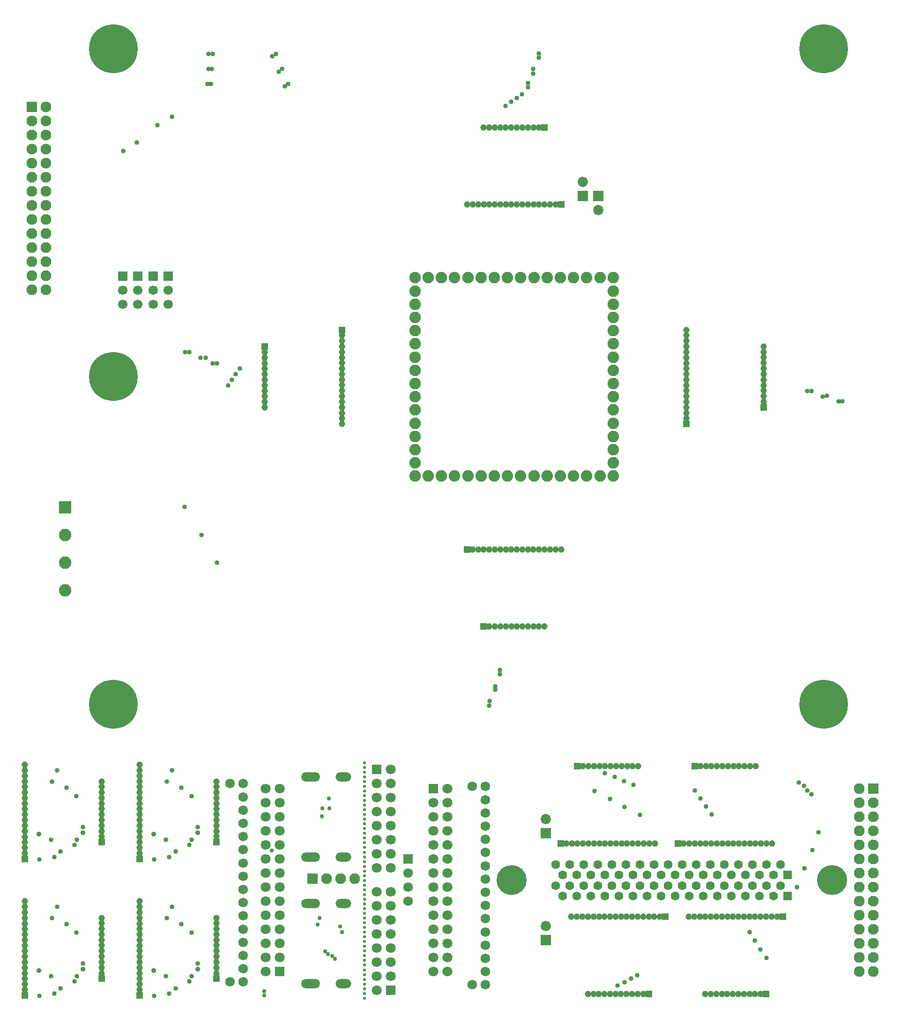
<source format=gbs>
G04*
G04 #@! TF.GenerationSoftware,Altium Limited,Altium Designer,20.0.14 (345)*
G04*
G04 Layer_Color=16711935*
%FSLAX43Y43*%
%MOMM*%
G71*
G01*
G75*
%ADD47C,1.950*%
%ADD73C,0.550*%
%ADD74C,1.725*%
%ADD75C,1.150*%
%ADD76R,1.150X1.150*%
%ADD77C,1.850*%
%ADD78R,1.850X1.850*%
%ADD79C,1.950*%
%ADD80R,1.950X1.950*%
%ADD81R,1.608X1.608*%
%ADD82C,5.400*%
%ADD83C,1.608*%
%ADD84C,0.850*%
%ADD85C,1.750*%
%ADD86R,1.750X1.750*%
%ADD87C,1.800*%
%ADD88R,1.800X1.800*%
%ADD89R,1.950X1.950*%
%ADD90O,3.450X1.650*%
%ADD91O,2.850X1.650*%
%ADD92C,0.750*%
%ADD93C,2.250*%
%ADD94R,2.250X2.250*%
%ADD95R,1.150X1.150*%
%ADD96C,2.078*%
%ADD97R,1.700X1.700*%
%ADD98C,1.700*%
%ADD99C,8.800*%
%ADD100C,0.900*%
D47*
X60774Y21765D02*
D03*
X58234D02*
D03*
X55694D02*
D03*
D73*
X62484Y2773D02*
D03*
Y1923D02*
D03*
Y1073D02*
D03*
Y223D02*
D03*
Y42723D02*
D03*
Y41873D02*
D03*
Y41023D02*
D03*
Y40173D02*
D03*
Y39323D02*
D03*
Y38473D02*
D03*
Y37623D02*
D03*
Y36773D02*
D03*
Y35923D02*
D03*
Y35073D02*
D03*
Y34223D02*
D03*
D03*
D03*
Y33373D02*
D03*
Y32523D02*
D03*
Y18923D02*
D03*
Y19773D02*
D03*
Y20623D02*
D03*
Y21473D02*
D03*
Y22323D02*
D03*
Y23173D02*
D03*
Y24023D02*
D03*
Y24873D02*
D03*
Y25723D02*
D03*
Y26573D02*
D03*
Y27423D02*
D03*
Y28273D02*
D03*
Y29123D02*
D03*
Y29973D02*
D03*
Y30823D02*
D03*
Y31673D02*
D03*
Y7873D02*
D03*
Y7023D02*
D03*
Y6173D02*
D03*
Y5323D02*
D03*
Y4473D02*
D03*
Y3623D02*
D03*
Y2773D02*
D03*
Y8723D02*
D03*
Y9573D02*
D03*
Y10423D02*
D03*
D03*
D03*
Y11273D02*
D03*
Y12123D02*
D03*
Y12973D02*
D03*
Y13823D02*
D03*
Y14673D02*
D03*
Y15523D02*
D03*
Y16373D02*
D03*
Y17223D02*
D03*
Y18073D02*
D03*
Y18923D02*
D03*
D74*
X40572Y10290D02*
D03*
Y27003D02*
D03*
Y36554D02*
D03*
Y3127D02*
D03*
Y12678D02*
D03*
Y19841D02*
D03*
X38185Y3127D02*
D03*
X40572Y38941D02*
D03*
Y29391D02*
D03*
Y31779D02*
D03*
Y34166D02*
D03*
Y22228D02*
D03*
Y24616D02*
D03*
Y15065D02*
D03*
Y17453D02*
D03*
Y5515D02*
D03*
Y7903D02*
D03*
X38185Y38941D02*
D03*
X82000Y38433D02*
D03*
X84387Y7395D02*
D03*
Y5007D02*
D03*
Y16945D02*
D03*
Y14557D02*
D03*
Y24108D02*
D03*
Y21720D02*
D03*
Y33658D02*
D03*
Y31271D02*
D03*
Y28883D02*
D03*
Y38433D02*
D03*
X82000Y2619D02*
D03*
X84387Y19333D02*
D03*
Y12170D02*
D03*
Y2619D02*
D03*
Y36046D02*
D03*
Y26495D02*
D03*
Y9782D02*
D03*
D75*
X114980Y28124D02*
D03*
X113980D02*
D03*
X112968D02*
D03*
X111968D02*
D03*
X110968D02*
D03*
X109968D02*
D03*
X107968D02*
D03*
X108968D02*
D03*
X98991D02*
D03*
X99991D02*
D03*
X100991D02*
D03*
X101991D02*
D03*
X102991D02*
D03*
X103991D02*
D03*
X104991D02*
D03*
X105991D02*
D03*
X106991D02*
D03*
X110974Y42073D02*
D03*
X111974D02*
D03*
X101997D02*
D03*
X102997D02*
D03*
X103997D02*
D03*
X104997D02*
D03*
X105997D02*
D03*
X106997D02*
D03*
X107997D02*
D03*
X108997D02*
D03*
X109997D02*
D03*
X126088Y956D02*
D03*
X127088D02*
D03*
X128088D02*
D03*
X129088D02*
D03*
X130088D02*
D03*
X131088D02*
D03*
X132088D02*
D03*
X133088D02*
D03*
X134088D02*
D03*
X124111D02*
D03*
X125111D02*
D03*
X129094Y14905D02*
D03*
X130094D02*
D03*
X131094D02*
D03*
X132094D02*
D03*
X133094D02*
D03*
X134094D02*
D03*
X135094D02*
D03*
X136094D02*
D03*
X137094D02*
D03*
X127117D02*
D03*
X128117D02*
D03*
X126117D02*
D03*
X125117D02*
D03*
X124117D02*
D03*
X123117D02*
D03*
X122105D02*
D03*
X121105D02*
D03*
X136189Y28124D02*
D03*
X135189D02*
D03*
X134177D02*
D03*
X133177D02*
D03*
X132177D02*
D03*
X131177D02*
D03*
X129177D02*
D03*
X130177D02*
D03*
X120200D02*
D03*
X121200D02*
D03*
X122200D02*
D03*
X123200D02*
D03*
X124200D02*
D03*
X125200D02*
D03*
X126200D02*
D03*
X127200D02*
D03*
X128200D02*
D03*
X132183Y42073D02*
D03*
X133183D02*
D03*
X123206D02*
D03*
X124206D02*
D03*
X125206D02*
D03*
X126206D02*
D03*
X127206D02*
D03*
X128206D02*
D03*
X129206D02*
D03*
X130206D02*
D03*
X131206D02*
D03*
X104879Y946D02*
D03*
X105879D02*
D03*
X106879D02*
D03*
X107879D02*
D03*
X108879D02*
D03*
X109879D02*
D03*
X110879D02*
D03*
X111879D02*
D03*
X112879D02*
D03*
X102902D02*
D03*
X103902D02*
D03*
X107885Y14895D02*
D03*
X108885D02*
D03*
X109885D02*
D03*
X110885D02*
D03*
X111885D02*
D03*
X112885D02*
D03*
X113885D02*
D03*
X114885D02*
D03*
X115885D02*
D03*
X105908D02*
D03*
X106908D02*
D03*
X104908D02*
D03*
X103908D02*
D03*
X102908D02*
D03*
X101908D02*
D03*
X100896D02*
D03*
X99896D02*
D03*
X81067Y143514D02*
D03*
X82067D02*
D03*
X83078D02*
D03*
X84078D02*
D03*
X85078D02*
D03*
X86078D02*
D03*
X88078D02*
D03*
X87078D02*
D03*
X97055D02*
D03*
X96055D02*
D03*
X95055D02*
D03*
X94055D02*
D03*
X93055D02*
D03*
X92055D02*
D03*
X91055D02*
D03*
X90055D02*
D03*
X89055D02*
D03*
X85073Y157463D02*
D03*
X84073D02*
D03*
X94050D02*
D03*
X93050D02*
D03*
X92050D02*
D03*
X91050D02*
D03*
X90050D02*
D03*
X89050D02*
D03*
X88050D02*
D03*
X87050D02*
D03*
X86050D02*
D03*
X44487Y108877D02*
D03*
Y109877D02*
D03*
Y110877D02*
D03*
Y111877D02*
D03*
Y112877D02*
D03*
Y113877D02*
D03*
Y114877D02*
D03*
Y115877D02*
D03*
Y116877D02*
D03*
Y106900D02*
D03*
Y107900D02*
D03*
X58436Y111883D02*
D03*
Y112883D02*
D03*
Y113883D02*
D03*
Y114883D02*
D03*
Y115883D02*
D03*
Y116883D02*
D03*
Y117883D02*
D03*
Y118883D02*
D03*
Y119883D02*
D03*
Y109906D02*
D03*
Y110906D02*
D03*
Y108906D02*
D03*
Y107906D02*
D03*
Y106906D02*
D03*
Y105906D02*
D03*
Y104894D02*
D03*
Y103894D02*
D03*
X120687Y120883D02*
D03*
Y119883D02*
D03*
Y118871D02*
D03*
Y117871D02*
D03*
Y116871D02*
D03*
Y115871D02*
D03*
Y113871D02*
D03*
Y114871D02*
D03*
Y104894D02*
D03*
Y105894D02*
D03*
Y106894D02*
D03*
Y107894D02*
D03*
Y108894D02*
D03*
Y109894D02*
D03*
Y110894D02*
D03*
Y111894D02*
D03*
Y112894D02*
D03*
X134636Y116877D02*
D03*
Y117877D02*
D03*
Y107900D02*
D03*
Y108900D02*
D03*
Y109900D02*
D03*
Y110900D02*
D03*
Y111900D02*
D03*
Y112900D02*
D03*
Y113900D02*
D03*
Y114900D02*
D03*
Y115900D02*
D03*
X93073Y67314D02*
D03*
X92073D02*
D03*
X91073D02*
D03*
X90073D02*
D03*
X89073D02*
D03*
X88073D02*
D03*
X87073D02*
D03*
X86073D02*
D03*
X85073D02*
D03*
X95050D02*
D03*
X94050D02*
D03*
X90067Y81263D02*
D03*
X89067D02*
D03*
X88067D02*
D03*
X87067D02*
D03*
X86067D02*
D03*
X85067D02*
D03*
X84067D02*
D03*
X83067D02*
D03*
X82067D02*
D03*
X92044D02*
D03*
X91044D02*
D03*
X93044D02*
D03*
X94044D02*
D03*
X95044D02*
D03*
X96044D02*
D03*
X97055D02*
D03*
X98055D02*
D03*
X21852Y17713D02*
D03*
Y16713D02*
D03*
Y15702D02*
D03*
Y14702D02*
D03*
Y13702D02*
D03*
Y12702D02*
D03*
Y10702D02*
D03*
Y11702D02*
D03*
Y1725D02*
D03*
Y2725D02*
D03*
Y3725D02*
D03*
Y4725D02*
D03*
Y5725D02*
D03*
Y6725D02*
D03*
Y7725D02*
D03*
Y8725D02*
D03*
Y9725D02*
D03*
X35801Y13707D02*
D03*
Y14707D02*
D03*
Y4730D02*
D03*
Y5730D02*
D03*
Y6730D02*
D03*
Y7730D02*
D03*
Y8730D02*
D03*
Y9730D02*
D03*
Y10730D02*
D03*
Y11730D02*
D03*
Y12730D02*
D03*
X21852Y42355D02*
D03*
Y41355D02*
D03*
Y40344D02*
D03*
Y39344D02*
D03*
Y38344D02*
D03*
Y37344D02*
D03*
Y35344D02*
D03*
Y36344D02*
D03*
Y26367D02*
D03*
Y27367D02*
D03*
Y28367D02*
D03*
Y29367D02*
D03*
Y30367D02*
D03*
Y31367D02*
D03*
Y32367D02*
D03*
Y33367D02*
D03*
Y34367D02*
D03*
X35801Y38349D02*
D03*
Y39349D02*
D03*
Y29372D02*
D03*
Y30372D02*
D03*
Y31372D02*
D03*
Y32372D02*
D03*
Y33372D02*
D03*
Y34372D02*
D03*
Y35372D02*
D03*
Y36372D02*
D03*
Y37372D02*
D03*
X1104Y17713D02*
D03*
Y16713D02*
D03*
Y15702D02*
D03*
Y14702D02*
D03*
Y13702D02*
D03*
Y12702D02*
D03*
Y10702D02*
D03*
Y11702D02*
D03*
Y1725D02*
D03*
Y2725D02*
D03*
Y3725D02*
D03*
Y4725D02*
D03*
Y5725D02*
D03*
Y6725D02*
D03*
Y7725D02*
D03*
Y8725D02*
D03*
Y9725D02*
D03*
X15053Y13707D02*
D03*
Y14707D02*
D03*
Y4730D02*
D03*
Y5730D02*
D03*
Y6730D02*
D03*
Y7730D02*
D03*
Y8730D02*
D03*
Y9730D02*
D03*
Y10730D02*
D03*
Y11730D02*
D03*
Y12730D02*
D03*
X1104Y42355D02*
D03*
Y41355D02*
D03*
Y40344D02*
D03*
Y39344D02*
D03*
Y38344D02*
D03*
Y37344D02*
D03*
Y35344D02*
D03*
Y36344D02*
D03*
Y26367D02*
D03*
Y27367D02*
D03*
Y28367D02*
D03*
Y29367D02*
D03*
Y30367D02*
D03*
Y31367D02*
D03*
Y32367D02*
D03*
Y33367D02*
D03*
Y34367D02*
D03*
X15053Y38349D02*
D03*
Y39349D02*
D03*
Y29372D02*
D03*
Y30372D02*
D03*
Y31372D02*
D03*
Y32372D02*
D03*
Y33372D02*
D03*
Y34372D02*
D03*
Y35372D02*
D03*
Y36372D02*
D03*
Y37372D02*
D03*
D76*
X97991Y28124D02*
D03*
X100997Y42073D02*
D03*
X135088Y956D02*
D03*
X138094Y14905D02*
D03*
X119200Y28124D02*
D03*
X122206Y42073D02*
D03*
X113879Y946D02*
D03*
X116885Y14895D02*
D03*
X98055Y143514D02*
D03*
X95050Y157463D02*
D03*
X84073Y67314D02*
D03*
X81067Y81263D02*
D03*
D77*
X95309Y32558D02*
D03*
Y13254D02*
D03*
X102007Y147568D02*
D03*
X104801Y142488D02*
D03*
D78*
X95309Y30018D02*
D03*
Y10714D02*
D03*
X102007Y145028D02*
D03*
X104801D02*
D03*
D79*
X151951Y10079D02*
D03*
X154491D02*
D03*
X151951Y12619D02*
D03*
X154491D02*
D03*
X151951Y17699D02*
D03*
X154491D02*
D03*
X151951Y22779D02*
D03*
X154491D02*
D03*
X151951Y30399D02*
D03*
X154491D02*
D03*
X151951Y32939D02*
D03*
X154491D02*
D03*
X151951Y38019D02*
D03*
X154491Y35479D02*
D03*
X151951D02*
D03*
X154491Y27859D02*
D03*
X151951D02*
D03*
X154491Y25319D02*
D03*
X151951D02*
D03*
X154491Y20239D02*
D03*
X151951D02*
D03*
X154491Y15159D02*
D03*
X151951D02*
D03*
X154491Y7539D02*
D03*
Y4999D02*
D03*
X151951Y7539D02*
D03*
Y4999D02*
D03*
X4923Y133221D02*
D03*
X2383D02*
D03*
X4923Y135761D02*
D03*
X2383D02*
D03*
X4923Y140841D02*
D03*
X2383D02*
D03*
X4923Y145921D02*
D03*
X2383D02*
D03*
X4923Y153541D02*
D03*
X2383D02*
D03*
X4923Y156081D02*
D03*
X2383D02*
D03*
X4923Y161161D02*
D03*
X2383Y158621D02*
D03*
X4923D02*
D03*
X2383Y151001D02*
D03*
X4923D02*
D03*
X2383Y148461D02*
D03*
X4923D02*
D03*
X2383Y143381D02*
D03*
X4923D02*
D03*
X2383Y138301D02*
D03*
X4923D02*
D03*
X2383Y130681D02*
D03*
Y128141D02*
D03*
X4923Y130681D02*
D03*
Y128141D02*
D03*
D80*
X154491Y38019D02*
D03*
X2383Y161161D02*
D03*
D81*
X138997Y18652D02*
D03*
Y22462D02*
D03*
D82*
X146997Y21509D02*
D03*
X89087D02*
D03*
D83*
X136457Y18652D02*
D03*
X133917D02*
D03*
X131377D02*
D03*
X128837D02*
D03*
X126297D02*
D03*
X123757D02*
D03*
X121217D02*
D03*
X118677D02*
D03*
X116137D02*
D03*
X113597D02*
D03*
X111057D02*
D03*
X108517D02*
D03*
X105977D02*
D03*
X103437D02*
D03*
X100897D02*
D03*
X98357D02*
D03*
X137727Y20557D02*
D03*
X135187D02*
D03*
X132647D02*
D03*
X130107D02*
D03*
X127567D02*
D03*
X125027D02*
D03*
X122487D02*
D03*
X119947D02*
D03*
X117407D02*
D03*
X114867D02*
D03*
X112327D02*
D03*
X109787D02*
D03*
X107247D02*
D03*
X104707D02*
D03*
X102167D02*
D03*
X99627D02*
D03*
X97087D02*
D03*
X136457Y22462D02*
D03*
X133917D02*
D03*
X131377D02*
D03*
X128837D02*
D03*
X126297D02*
D03*
X123757D02*
D03*
X121217D02*
D03*
X118677D02*
D03*
X116137D02*
D03*
X113597D02*
D03*
X111057D02*
D03*
X108517D02*
D03*
X105977D02*
D03*
X103437D02*
D03*
X100897D02*
D03*
X98357D02*
D03*
X137727Y24367D02*
D03*
X135187D02*
D03*
X132647D02*
D03*
X130107D02*
D03*
X127567D02*
D03*
X125027D02*
D03*
X122487D02*
D03*
X119947D02*
D03*
X117407D02*
D03*
X114867D02*
D03*
X112327D02*
D03*
X109787D02*
D03*
X107247D02*
D03*
X104707D02*
D03*
X102167D02*
D03*
X99627D02*
D03*
X97087D02*
D03*
D84*
X144585Y30145D02*
D03*
X143488Y26981D02*
D03*
X140648Y20239D02*
D03*
X142068Y23691D02*
D03*
X132088Y12163D02*
D03*
X133088Y10655D02*
D03*
X134088Y9020D02*
D03*
X135160Y7512D02*
D03*
X141918Y38527D02*
D03*
X143315Y37003D02*
D03*
X142573Y37746D02*
D03*
X140972Y39164D02*
D03*
X104072Y37638D02*
D03*
X106866Y36202D02*
D03*
X109533Y34771D02*
D03*
X112327Y33320D02*
D03*
X122176Y37696D02*
D03*
X124207Y34798D02*
D03*
X123250Y36242D02*
D03*
X125250Y33352D02*
D03*
X110676Y3729D02*
D03*
X111819Y4364D02*
D03*
X109533Y3094D02*
D03*
X108252Y2451D02*
D03*
X105977Y40813D02*
D03*
X107733Y40142D02*
D03*
X111157Y38740D02*
D03*
X109398Y39424D02*
D03*
X29998Y88894D02*
D03*
X33046Y83814D02*
D03*
X35840Y78861D02*
D03*
X21362Y154680D02*
D03*
X18949Y153156D02*
D03*
X35078Y114877D02*
D03*
X33808Y115818D02*
D03*
X30887Y116834D02*
D03*
X85116Y53842D02*
D03*
X86132Y56509D02*
D03*
X87021Y59430D02*
D03*
X148200Y107945D02*
D03*
X145366Y108797D02*
D03*
X142520Y109849D02*
D03*
X92990Y168015D02*
D03*
X93013Y167126D02*
D03*
X94007Y170047D02*
D03*
X92112Y164691D02*
D03*
X92101Y165475D02*
D03*
X48159Y164840D02*
D03*
X45873Y170301D02*
D03*
X47016Y167507D02*
D03*
X34778Y165302D02*
D03*
X35081Y170681D02*
D03*
X34951Y168015D02*
D03*
X35892Y114877D02*
D03*
X30125Y116834D02*
D03*
X90030Y162769D02*
D03*
X25107Y157855D02*
D03*
X27712Y159379D02*
D03*
X39233Y112897D02*
D03*
X40031Y113913D02*
D03*
X38567Y111881D02*
D03*
X37872Y110865D02*
D03*
X32919Y115818D02*
D03*
X88037Y161284D02*
D03*
X89031Y162068D02*
D03*
X90958Y163443D02*
D03*
X87025Y58709D02*
D03*
X148870Y107944D02*
D03*
X146076Y108960D02*
D03*
X85062Y53026D02*
D03*
X86132Y55874D02*
D03*
X34316Y167992D02*
D03*
X34143Y165302D02*
D03*
X34316Y170682D02*
D03*
X46520D02*
D03*
X47634Y167992D02*
D03*
X48748Y165302D02*
D03*
X143282Y109849D02*
D03*
X94006Y170809D02*
D03*
X26805Y14682D02*
D03*
X27694Y16714D02*
D03*
X31250Y4141D02*
D03*
X29422Y13616D02*
D03*
X26642Y4202D02*
D03*
X24519Y625D02*
D03*
X28366Y2019D02*
D03*
X27194Y1085D02*
D03*
X30869Y3252D02*
D03*
X32393Y6427D02*
D03*
X31244Y12057D02*
D03*
X26805Y39324D02*
D03*
X27694Y41356D02*
D03*
X31250Y28783D02*
D03*
X29422Y38258D02*
D03*
X26642Y28844D02*
D03*
X24519Y25267D02*
D03*
X28366Y26661D02*
D03*
X27194Y25727D02*
D03*
X30869Y27894D02*
D03*
X32393Y31069D02*
D03*
X31244Y36699D02*
D03*
X6057Y14682D02*
D03*
X6946Y16714D02*
D03*
X10502Y4141D02*
D03*
X8674Y13616D02*
D03*
X5894Y4202D02*
D03*
X3771Y625D02*
D03*
X7618Y2019D02*
D03*
X6446Y1085D02*
D03*
X10121Y3252D02*
D03*
X11645Y6427D02*
D03*
X10496Y12057D02*
D03*
X6057Y39324D02*
D03*
X6946Y41356D02*
D03*
X10502Y28783D02*
D03*
X8674Y38258D02*
D03*
X5894Y28844D02*
D03*
X3771Y25267D02*
D03*
X7618Y26661D02*
D03*
X6446Y25727D02*
D03*
X10121Y27894D02*
D03*
X11645Y31069D02*
D03*
X10496Y36699D02*
D03*
D85*
X70417Y17732D02*
D03*
Y20272D02*
D03*
Y22812D02*
D03*
D86*
Y25352D02*
D03*
D87*
X64702Y19383D02*
D03*
Y16843D02*
D03*
X67242Y19383D02*
D03*
Y16843D02*
D03*
X64702Y9223D02*
D03*
X67242D02*
D03*
X64702Y6683D02*
D03*
X67242D02*
D03*
X64702Y1603D02*
D03*
X67242Y4143D02*
D03*
X64702D02*
D03*
X67242Y11763D02*
D03*
X64702D02*
D03*
X67242Y14303D02*
D03*
X64702D02*
D03*
X77529Y10112D02*
D03*
X74989D02*
D03*
X77529Y12652D02*
D03*
X74989D02*
D03*
X77529Y17732D02*
D03*
X74989D02*
D03*
X77529Y22812D02*
D03*
X74989D02*
D03*
X77529Y30432D02*
D03*
X74989D02*
D03*
X77529Y32972D02*
D03*
X74989D02*
D03*
X77529Y38052D02*
D03*
X74989Y35512D02*
D03*
X77529D02*
D03*
X74989Y27892D02*
D03*
X77529D02*
D03*
X74989Y25352D02*
D03*
X77529D02*
D03*
X74989Y20272D02*
D03*
X77529D02*
D03*
X74989Y15192D02*
D03*
X77529D02*
D03*
X74989Y7572D02*
D03*
Y5032D02*
D03*
X77529Y7572D02*
D03*
Y5032D02*
D03*
X67242Y28781D02*
D03*
X64702D02*
D03*
X67242Y31321D02*
D03*
X64702D02*
D03*
X67242Y38941D02*
D03*
X64702D02*
D03*
X67242Y41481D02*
D03*
X64702Y36401D02*
D03*
X67242D02*
D03*
X64702Y33861D02*
D03*
X67242D02*
D03*
X64702Y26241D02*
D03*
Y23701D02*
D03*
X67242Y26241D02*
D03*
Y23701D02*
D03*
X44645Y32941D02*
D03*
X47185D02*
D03*
X44645Y30401D02*
D03*
X47185D02*
D03*
X44645Y25321D02*
D03*
X47185D02*
D03*
X44645Y20241D02*
D03*
X47185D02*
D03*
X44645Y12621D02*
D03*
X47185D02*
D03*
X44645Y10081D02*
D03*
X47185D02*
D03*
X44645Y5001D02*
D03*
X47185Y7541D02*
D03*
X44645D02*
D03*
X47185Y15161D02*
D03*
X44645D02*
D03*
X47185Y17701D02*
D03*
X44645D02*
D03*
X47185Y22781D02*
D03*
X44645D02*
D03*
X47185Y27861D02*
D03*
X44645D02*
D03*
X47185Y35481D02*
D03*
Y38021D02*
D03*
X44645Y35481D02*
D03*
Y38021D02*
D03*
D88*
X67242Y1603D02*
D03*
X74989Y38052D02*
D03*
X64702Y41481D02*
D03*
X47185Y5001D02*
D03*
D89*
X53154Y21765D02*
D03*
D90*
X52782Y2831D02*
D03*
Y17331D02*
D03*
Y25691D02*
D03*
Y40191D02*
D03*
D91*
X58742Y2831D02*
D03*
Y17331D02*
D03*
Y25691D02*
D03*
Y40191D02*
D03*
D92*
X44391Y683D02*
D03*
Y1445D02*
D03*
X54805Y33068D02*
D03*
X56075Y36243D02*
D03*
X56202Y34465D02*
D03*
X54043Y13510D02*
D03*
X54424Y14653D02*
D03*
X45788Y26850D02*
D03*
X57218Y7287D02*
D03*
X56710Y7795D02*
D03*
X55948Y8176D02*
D03*
X55385Y8629D02*
D03*
X58107Y13129D02*
D03*
X58488Y12113D02*
D03*
X54932Y34465D02*
D03*
D93*
X8408Y73861D02*
D03*
Y83861D02*
D03*
Y78861D02*
D03*
D94*
Y88861D02*
D03*
D95*
X44487Y117877D02*
D03*
X58436Y120883D02*
D03*
X120687Y103894D02*
D03*
X134636Y106900D02*
D03*
X21852Y725D02*
D03*
X35801Y3730D02*
D03*
X21852Y25367D02*
D03*
X35801Y28372D02*
D03*
X1104Y725D02*
D03*
X15053Y3730D02*
D03*
X1104Y25367D02*
D03*
X15053Y28372D02*
D03*
D96*
X71654Y106420D02*
D03*
Y96869D02*
D03*
X95530Y130296D02*
D03*
X105080D02*
D03*
X71654D02*
D03*
Y120745D02*
D03*
Y113582D02*
D03*
X81204Y130296D02*
D03*
X88367D02*
D03*
X107468Y106420D02*
D03*
Y96869D02*
D03*
Y130296D02*
D03*
Y120745D02*
D03*
Y113582D02*
D03*
X97918Y130296D02*
D03*
X100305D02*
D03*
X102693D02*
D03*
X90755D02*
D03*
X93142D02*
D03*
X83592D02*
D03*
X85980D02*
D03*
X74042D02*
D03*
X76429D02*
D03*
X78817D02*
D03*
X95530Y94482D02*
D03*
X105080D02*
D03*
X71654D02*
D03*
X81204D02*
D03*
X88367D02*
D03*
X71654Y104032D02*
D03*
Y101644D02*
D03*
Y99257D02*
D03*
Y111195D02*
D03*
Y108807D02*
D03*
Y118358D02*
D03*
Y115970D02*
D03*
Y127908D02*
D03*
Y125520D02*
D03*
Y123133D02*
D03*
X107468Y94482D02*
D03*
X97918D02*
D03*
X100305D02*
D03*
X102693D02*
D03*
X90755D02*
D03*
X93142D02*
D03*
X83592D02*
D03*
X85980D02*
D03*
X74042D02*
D03*
X76429D02*
D03*
X78817D02*
D03*
X107468Y104032D02*
D03*
Y101644D02*
D03*
Y99257D02*
D03*
Y111195D02*
D03*
Y108807D02*
D03*
Y118358D02*
D03*
Y115970D02*
D03*
Y127908D02*
D03*
Y125520D02*
D03*
Y123133D02*
D03*
D97*
X18822Y130550D02*
D03*
X21574D02*
D03*
X24325D02*
D03*
X27077D02*
D03*
D98*
X18822Y128010D02*
D03*
Y125470D02*
D03*
X21574Y128010D02*
D03*
Y125470D02*
D03*
X24325Y128010D02*
D03*
Y125470D02*
D03*
X27077Y128010D02*
D03*
Y125470D02*
D03*
D99*
X145472Y53251D02*
D03*
X17148D02*
D03*
Y112451D02*
D03*
Y171651D02*
D03*
X145472D02*
D03*
D100*
X24392Y5157D02*
D03*
X32393Y5411D02*
D03*
X24392Y29799D02*
D03*
X32393Y30053D02*
D03*
X3644Y5157D02*
D03*
X11645Y5411D02*
D03*
X3644Y29799D02*
D03*
X11645Y30053D02*
D03*
M02*

</source>
